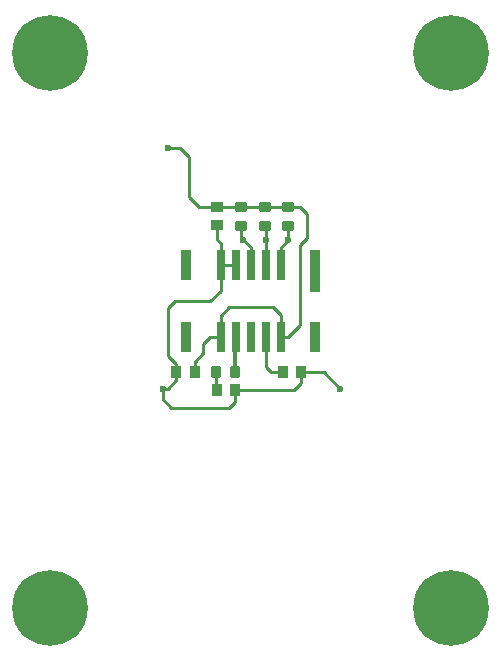
<source format=gbr>
%TF.GenerationSoftware,KiCad,Pcbnew,(6.99.0-1335-gdeb7a0beff)*%
%TF.CreationDate,2022-04-17T14:10:24+02:00*%
%TF.ProjectId,pcb_proto,7063625f-7072-46f7-946f-2e6b69636164,rev?*%
%TF.SameCoordinates,Original*%
%TF.FileFunction,Copper,L1,Top*%
%TF.FilePolarity,Positive*%
%FSLAX46Y46*%
G04 Gerber Fmt 4.6, Leading zero omitted, Abs format (unit mm)*
G04 Created by KiCad (PCBNEW (6.99.0-1335-gdeb7a0beff)) date 2022-04-17 14:10:24*
%MOMM*%
%LPD*%
G01*
G04 APERTURE LIST*
G04 Aperture macros list*
%AMRoundRect*
0 Rectangle with rounded corners*
0 $1 Rounding radius*
0 $2 $3 $4 $5 $6 $7 $8 $9 X,Y pos of 4 corners*
0 Add a 4 corners polygon primitive as box body*
4,1,4,$2,$3,$4,$5,$6,$7,$8,$9,$2,$3,0*
0 Add four circle primitives for the rounded corners*
1,1,$1+$1,$2,$3*
1,1,$1+$1,$4,$5*
1,1,$1+$1,$6,$7*
1,1,$1+$1,$8,$9*
0 Add four rect primitives between the rounded corners*
20,1,$1+$1,$2,$3,$4,$5,0*
20,1,$1+$1,$4,$5,$6,$7,0*
20,1,$1+$1,$6,$7,$8,$9,0*
20,1,$1+$1,$8,$9,$2,$3,0*%
G04 Aperture macros list end*
%TA.AperFunction,SMDPad,CuDef*%
%ADD10RoundRect,0.045000X0.405000X0.430000X-0.405000X0.430000X-0.405000X-0.430000X0.405000X-0.430000X0*%
%TD*%
%TA.AperFunction,SMDPad,CuDef*%
%ADD11RoundRect,0.045000X-0.405000X-0.430000X0.405000X-0.430000X0.405000X0.430000X-0.405000X0.430000X0*%
%TD*%
%TA.AperFunction,SMDPad,CuDef*%
%ADD12RoundRect,0.040000X-0.360000X-0.435000X0.360000X-0.435000X0.360000X0.435000X-0.360000X0.435000X0*%
%TD*%
%TA.AperFunction,ComponentPad*%
%ADD13C,0.800000*%
%TD*%
%TA.AperFunction,ComponentPad*%
%ADD14C,6.400000*%
%TD*%
%TA.AperFunction,SMDPad,CuDef*%
%ADD15RoundRect,0.040000X-0.435000X0.360000X-0.435000X-0.360000X0.435000X-0.360000X0.435000X0.360000X0*%
%TD*%
%TA.AperFunction,SMDPad,CuDef*%
%ADD16RoundRect,0.045000X-0.430000X0.405000X-0.430000X-0.405000X0.430000X-0.405000X0.430000X0.405000X0*%
%TD*%
%TA.AperFunction,SMDPad,CuDef*%
%ADD17RoundRect,0.040000X0.360000X1.760000X-0.360000X1.760000X-0.360000X-1.760000X0.360000X-1.760000X0*%
%TD*%
%TA.AperFunction,SMDPad,CuDef*%
%ADD18RoundRect,0.035000X0.315000X1.265000X-0.315000X1.265000X-0.315000X-1.265000X0.315000X-1.265000X0*%
%TD*%
%TA.AperFunction,SMDPad,CuDef*%
%ADD19RoundRect,0.040000X0.360000X1.260000X-0.360000X1.260000X-0.360000X-1.260000X0.360000X-1.260000X0*%
%TD*%
%TA.AperFunction,ViaPad*%
%ADD20C,0.600000*%
%TD*%
%TA.AperFunction,Conductor*%
%ADD21C,0.250000*%
%TD*%
%TA.AperFunction,Conductor*%
%ADD22C,0.300000*%
%TD*%
G04 APERTURE END LIST*
D10*
%TO.P,C4,1*%
%TO.N,+3V3*%
X125275000Y-85000000D03*
%TO.P,C4,2*%
%TO.N,GND*%
X123725000Y-85000000D03*
%TD*%
D11*
%TO.P,C2,1*%
%TO.N,/DVDD*%
X132725000Y-85000000D03*
%TO.P,C2,2*%
%TO.N,GND*%
X134275000Y-85000000D03*
%TD*%
D12*
%TO.P,R4,1*%
%TO.N,Net-(C3-Pad1)*%
X127075000Y-85000000D03*
%TO.P,R4,2*%
%TO.N,/AVDD*%
X128725000Y-85000000D03*
%TD*%
D13*
%TO.P,H2,1*%
%TO.N,N/C*%
X110600000Y-105000000D03*
X111302944Y-103302944D03*
X111302944Y-106697056D03*
X113000000Y-102600000D03*
D14*
X113000000Y-105000000D03*
D13*
X113000000Y-107400000D03*
X114697056Y-103302944D03*
X114697056Y-106697056D03*
X115400000Y-105000000D03*
%TD*%
%TO.P,H3,1*%
%TO.N,N/C*%
X144600000Y-105000000D03*
X145302944Y-103302944D03*
X145302944Y-106697056D03*
X147000000Y-102600000D03*
D14*
X147000000Y-105000000D03*
D13*
X147000000Y-107400000D03*
X148697056Y-103302944D03*
X148697056Y-106697056D03*
X149400000Y-105000000D03*
%TD*%
D15*
%TO.P,R2,1*%
%TO.N,+3V3*%
X131200000Y-70975000D03*
%TO.P,R2,2*%
%TO.N,/SCL*%
X131200000Y-72625000D03*
%TD*%
D11*
%TO.P,C3,1*%
%TO.N,Net-(C3-Pad1)*%
X127125000Y-86500000D03*
%TO.P,C3,2*%
%TO.N,GND*%
X128675000Y-86500000D03*
%TD*%
D16*
%TO.P,C1,1*%
%TO.N,+3V3*%
X127200000Y-71025000D03*
%TO.P,C1,2*%
%TO.N,GND*%
X127200000Y-72575000D03*
%TD*%
D15*
%TO.P,R1,1*%
%TO.N,+3V3*%
X133200000Y-70975000D03*
%TO.P,R1,2*%
%TO.N,/SDA*%
X133200000Y-72625000D03*
%TD*%
D13*
%TO.P,H1,1*%
%TO.N,N/C*%
X110600000Y-58000000D03*
X111302944Y-56302944D03*
X111302944Y-59697056D03*
X113000000Y-55600000D03*
D14*
X113000000Y-58000000D03*
D13*
X113000000Y-60400000D03*
X114697056Y-56302944D03*
X114697056Y-59697056D03*
X115400000Y-58000000D03*
%TD*%
%TO.P,H4,1*%
%TO.N,N/C*%
X144600000Y-58000000D03*
X145302944Y-56302944D03*
X145302944Y-59697056D03*
X147000000Y-55600000D03*
D14*
X147000000Y-58000000D03*
D13*
X147000000Y-60400000D03*
X148697056Y-56302944D03*
X148697056Y-59697056D03*
X149400000Y-58000000D03*
%TD*%
D17*
%TO.P,U2,1,NC*%
%TO.N,unconnected-(U2-NC)_1*%
X135500000Y-76450000D03*
D18*
%TO.P,U2,2,SDA*%
%TO.N,/SDA*%
X132540000Y-75950000D03*
%TO.P,U2,3,SCL*%
%TO.N,/SCL*%
X131270000Y-75950000D03*
%TO.P,U2,4,INT*%
%TO.N,/INT*%
X130000000Y-75950000D03*
%TO.P,U2,5,AD_SELECT*%
%TO.N,GND*%
X128730000Y-75950000D03*
%TO.P,U2,6,GND*%
X127460000Y-75950000D03*
D19*
%TO.P,U2,7,NC*%
%TO.N,unconnected-(U2-NC)_3*%
X124500000Y-75950000D03*
%TO.P,U2,8,NC*%
%TO.N,unconnected-(U2-NC)*%
X124500000Y-82050000D03*
D18*
%TO.P,U2,9,VDD*%
%TO.N,+3V3*%
X127460000Y-82050000D03*
%TO.P,U2,10,AVDD-PC*%
%TO.N,/AVDD*%
X128730000Y-82050000D03*
%TO.P,U2,11,NC*%
%TO.N,unconnected-(U2-NC)_2*%
X130000000Y-82050000D03*
%TO.P,U2,12,DVDD-PC*%
%TO.N,/DVDD*%
X131270000Y-82050000D03*
%TO.P,U2,13,VPP*%
%TO.N,+3V3*%
X132540000Y-82050000D03*
D19*
%TO.P,U2,14*%
%TO.N,N/C*%
X135500000Y-82050000D03*
%TD*%
D15*
%TO.P,R3,1*%
%TO.N,+3V3*%
X129200000Y-70975000D03*
%TO.P,R3,2*%
%TO.N,/INT*%
X129200000Y-72625000D03*
%TD*%
D20*
%TO.N,GND*%
X137600000Y-86400000D03*
X122600000Y-86400000D03*
%TO.N,/SDA*%
X133200000Y-73800000D03*
%TO.N,/SCL*%
X131270000Y-73800000D03*
%TO.N,/INT*%
X129400000Y-73800000D03*
%TO.N,+3V3*%
X123000000Y-66000000D03*
%TD*%
D21*
%TO.N,GND*%
X133700000Y-86500000D02*
X128675000Y-86500000D01*
X134275000Y-85000000D02*
X136200000Y-85000000D01*
X134275000Y-85000000D02*
X134275000Y-85925000D01*
X134275000Y-85925000D02*
X133700000Y-86500000D01*
X126600000Y-79000000D02*
X127460000Y-78140000D01*
X128675000Y-86500000D02*
X128675000Y-87525000D01*
X127460000Y-75950000D02*
X127460000Y-74060000D01*
X123725000Y-85000000D02*
X123725000Y-85675000D01*
X127460000Y-78140000D02*
X127460000Y-75950000D01*
X123000000Y-83600000D02*
X123000000Y-79600000D01*
X127200000Y-73800000D02*
X127200000Y-72575000D01*
X136200000Y-85000000D02*
X137600000Y-86400000D01*
X123600000Y-79000000D02*
X126600000Y-79000000D01*
X122600000Y-87300000D02*
X122600000Y-86400000D01*
X127460000Y-74060000D02*
X127200000Y-73800000D01*
X128200000Y-88000000D02*
X123300000Y-88000000D01*
X123300000Y-88000000D02*
X122600000Y-87300000D01*
X123725000Y-85675000D02*
X123000000Y-86400000D01*
X123725000Y-84325000D02*
X123000000Y-83600000D01*
X123000000Y-86400000D02*
X122600000Y-86400000D01*
X123725000Y-85000000D02*
X123725000Y-84325000D01*
X128730000Y-75950000D02*
X127460000Y-75950000D01*
X123000000Y-79600000D02*
X123600000Y-79000000D01*
X128675000Y-87525000D02*
X128200000Y-88000000D01*
%TO.N,/SDA*%
X132540000Y-74460000D02*
X132540000Y-75950000D01*
X133200000Y-73800000D02*
X132540000Y-74460000D01*
X133200000Y-73800000D02*
X133200000Y-72625000D01*
%TO.N,/SCL*%
X131270000Y-73800000D02*
X131270000Y-72695000D01*
X131270000Y-72695000D02*
X131200000Y-72625000D01*
X131270000Y-75950000D02*
X131270000Y-73800000D01*
%TO.N,/INT*%
X129400000Y-73800000D02*
X130000000Y-74400000D01*
X129400000Y-73800000D02*
X129200000Y-73600000D01*
X130000000Y-74400000D02*
X130000000Y-75950000D01*
X129200000Y-73600000D02*
X129200000Y-72625000D01*
%TO.N,+3V3*%
X134800000Y-71600000D02*
X134175000Y-70975000D01*
X127460000Y-80240000D02*
X127460000Y-82050000D01*
X127250000Y-70975000D02*
X127200000Y-71025000D01*
X128200000Y-79500000D02*
X127460000Y-80240000D01*
X124000000Y-66000000D02*
X123000000Y-66000000D01*
X127200000Y-71025000D02*
X125625000Y-71025000D01*
X131900000Y-79500000D02*
X128200000Y-79500000D01*
X132540000Y-82050000D02*
X133150000Y-82050000D01*
X133150000Y-82050000D02*
X134200000Y-81000000D01*
X125275000Y-84125000D02*
X126000000Y-83400000D01*
X126000000Y-82600000D02*
X126550000Y-82050000D01*
X134800000Y-73600000D02*
X134800000Y-71600000D01*
X125275000Y-85000000D02*
X125275000Y-84125000D01*
X126000000Y-83400000D02*
X126000000Y-82600000D01*
X134200000Y-81000000D02*
X134200000Y-74200000D01*
X134200000Y-74200000D02*
X134800000Y-73600000D01*
X132540000Y-82050000D02*
X132540000Y-80140000D01*
X124800000Y-66800000D02*
X124000000Y-66000000D01*
X125625000Y-71025000D02*
X124800000Y-70200000D01*
X134175000Y-70975000D02*
X133200000Y-70975000D01*
X126550000Y-82050000D02*
X127460000Y-82050000D01*
X132540000Y-80140000D02*
X131900000Y-79500000D01*
X133200000Y-70975000D02*
X127250000Y-70975000D01*
X124800000Y-70200000D02*
X124800000Y-66800000D01*
%TO.N,/DVDD*%
X131700000Y-85000000D02*
X132725000Y-85000000D01*
X131270000Y-84570000D02*
X131700000Y-85000000D01*
X131270000Y-82050000D02*
X131270000Y-84570000D01*
%TO.N,Net-(C3-Pad1)*%
X127075000Y-86450000D02*
X127125000Y-86500000D01*
X127075000Y-85000000D02*
X127075000Y-86450000D01*
D22*
%TO.N,/AVDD*%
X128725000Y-82055000D02*
X128730000Y-82050000D01*
X128725000Y-85000000D02*
X128725000Y-82055000D01*
%TD*%
M02*

</source>
